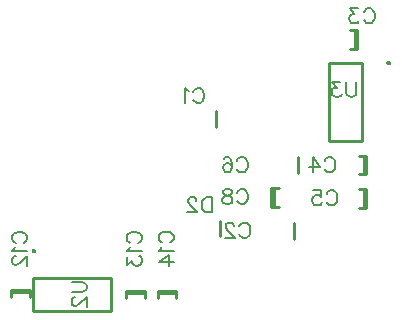
<source format=gbr>
G04 DipTrace 4.3.0.3*
G04 GBO.gbr*
%MOMM*%
G04 #@! TF.FileFunction,Legend,Bot*
G04 #@! TF.Part,Single*
%ADD10C,0.25*%
%ADD54C,0.19608*%
%FSLAX35Y35*%
G04*
G71*
G90*
G75*
G01*
G04 BotSilk*
%LPD*%
X2845053Y3355050D2*
D10*
Y3484950D1*
X3505053Y2405050D2*
Y2534950D1*
X4021000Y4015080D2*
Y4174920D1*
X4039920Y4015080D2*
Y4174920D1*
Y4015080D2*
X3980080D1*
X4039920Y4174920D2*
X3980080D1*
X4096000Y2950080D2*
Y3109920D1*
X4114920Y2950080D2*
Y3109920D1*
Y2950080D2*
X4055080D1*
X4114920Y3109920D2*
X4055080D1*
X4096000Y2665080D2*
Y2824920D1*
X4114920Y2665080D2*
Y2824920D1*
Y2665080D2*
X4055080D1*
X4114920Y2824920D2*
X4055080D1*
X3540053Y2965050D2*
Y3094950D1*
X3333998Y2834920D2*
X3334002Y2675080D1*
X3315078Y2834919D2*
X3315082Y2675079D1*
X3315078Y2834919D2*
X3374918Y2834921D1*
X3315082Y2675079D2*
X3374922Y2675081D1*
X1269920Y1956001D2*
X1110080Y1955999D1*
X1269919Y1974921D2*
X1110079Y1974919D1*
X1269919Y1974921D2*
X1269921Y1915081D1*
X1110079Y1974919D2*
X1110081Y1915079D1*
X2239920Y1946001D2*
X2080080Y1945999D1*
X2239919Y1964921D2*
X2080079Y1964919D1*
X2239919Y1964921D2*
X2239921Y1905081D1*
X2080079Y1964919D2*
X2080081Y1905079D1*
X2509920Y1946001D2*
X2350080Y1945999D1*
X2509919Y1964921D2*
X2350079Y1964919D1*
X2509919Y1964921D2*
X2509921Y1905081D1*
X2350079Y1964919D2*
X2350081Y1905079D1*
X2879947Y2430050D2*
Y2559950D1*
G36*
X1322200Y2301655D2*
X1322033Y2299101D1*
X1321533Y2296591D1*
X1320711Y2294168D1*
X1319579Y2291873D1*
X1318157Y2289745D1*
X1316470Y2287821D1*
X1314546Y2286134D1*
X1312419Y2284712D1*
X1310123Y2283580D1*
X1307700Y2282758D1*
X1305190Y2282258D1*
X1302637Y2282091D1*
X1300083Y2282258D1*
X1297574Y2282757D1*
X1295150Y2283580D1*
X1292855Y2284712D1*
X1290727Y2286133D1*
X1288803Y2287821D1*
X1287116Y2289744D1*
X1285694Y2291872D1*
X1284563Y2294167D1*
X1283740Y2296590D1*
X1283241Y2299100D1*
X1283073Y2301654D1*
Y2301720D1*
X1283241Y2304274D1*
X1283740Y2306784D1*
X1284562Y2309207D1*
X1285694Y2311502D1*
X1287116Y2313630D1*
X1288803Y2315554D1*
X1290727Y2317241D1*
X1292855Y2318663D1*
X1295150Y2319795D1*
X1297573Y2320617D1*
X1300083Y2321117D1*
X1302636Y2321284D1*
X1305190Y2321117D1*
X1307700Y2320618D1*
X1310123Y2319795D1*
X1312418Y2318663D1*
X1314546Y2317242D1*
X1316470Y2315554D1*
X1318157Y2313631D1*
X1319579Y2311503D1*
X1320711Y2309208D1*
X1321533Y2306785D1*
X1322033Y2304275D1*
X1322200Y2301721D1*
Y2301655D1*
G37*
X1300001Y2074994D2*
D10*
X1959971Y2075006D1*
X1300006Y1794994D2*
X1959976Y1795006D1*
X1959971Y2075006D2*
X1959976Y1795006D1*
X1300001Y2074994D2*
X1300006Y1794994D1*
G36*
X4306660Y3872793D2*
X4304106Y3872961D1*
X4301597Y3873460D1*
X4299173Y3874283D1*
X4296878Y3875414D1*
X4294751Y3876836D1*
X4292827Y3878523D1*
X4291139Y3880447D1*
X4289718Y3882575D1*
X4288586Y3884870D1*
X4287763Y3887293D1*
X4287264Y3889803D1*
X4287097Y3892357D1*
X4287264Y3894910D1*
X4287763Y3897420D1*
X4288586Y3899843D1*
X4289718Y3902138D1*
X4291139Y3904266D1*
X4292827Y3906190D1*
X4294751Y3907877D1*
X4296878Y3909299D1*
X4299173Y3910431D1*
X4301597Y3911253D1*
X4304107Y3911753D1*
X4306660Y3911920D1*
X4306727D1*
X4309280Y3911753D1*
X4311790Y3911253D1*
X4314213Y3910431D1*
X4316508Y3909299D1*
X4318636Y3907877D1*
X4320560Y3906190D1*
X4322247Y3904266D1*
X4323669Y3902138D1*
X4324801Y3899843D1*
X4325623Y3897420D1*
X4326123Y3894910D1*
X4326290Y3892357D1*
X4326123Y3889803D1*
X4325623Y3887293D1*
X4324801Y3884870D1*
X4323669Y3882575D1*
X4322247Y3880447D1*
X4320560Y3878523D1*
X4318636Y3876836D1*
X4316508Y3875414D1*
X4314213Y3874283D1*
X4311790Y3873460D1*
X4309280Y3872961D1*
X4306727Y3872793D1*
X4306660D1*
G37*
X4080000Y3894997D2*
D10*
Y3235027D1*
X3800000Y3894997D2*
Y3235027D1*
X4080000D2*
X3800000D1*
X4080000Y3894997D2*
X3800000D1*
X2654311Y3650664D2*
D54*
X2660348Y3662737D1*
X2672561Y3674950D1*
X2684635Y3680987D1*
X2708921D1*
X2721135Y3674950D1*
X2733208Y3662737D1*
X2739385Y3650664D1*
X2745421Y3632414D1*
Y3601950D1*
X2739385Y3583840D1*
X2733208Y3571627D1*
X2721135Y3559554D1*
X2708921Y3553377D1*
X2684635D1*
X2672561Y3559554D1*
X2660348Y3571627D1*
X2654311Y3583840D1*
X2615096Y3656560D2*
X2602882Y3662737D1*
X2584632Y3680846D1*
Y3553377D1*
X3044086Y2511134D2*
X3050123Y2523207D1*
X3062336Y2535420D1*
X3074409Y2541457D1*
X3098696D1*
X3110909Y2535420D1*
X3122982Y2523207D1*
X3129159Y2511134D1*
X3135196Y2492884D1*
Y2462420D1*
X3129159Y2444310D1*
X3122982Y2432097D1*
X3110909Y2420024D1*
X3098696Y2413847D1*
X3074409D1*
X3062336Y2420024D1*
X3050123Y2432097D1*
X3044086Y2444310D1*
X2998694Y2510993D2*
Y2517030D1*
X2992657Y2529243D1*
X2986621Y2535280D1*
X2974407Y2541316D1*
X2950121D1*
X2938047Y2535280D1*
X2932011Y2529243D1*
X2925834Y2517030D1*
Y2504957D1*
X2932011Y2492743D1*
X2944084Y2474634D1*
X3004871Y2413847D1*
X2919797D1*
X4096590Y4325664D2*
X4102626Y4337737D1*
X4114840Y4349950D1*
X4126913Y4355987D1*
X4151199D1*
X4163413Y4349950D1*
X4175486Y4337737D1*
X4181663Y4325664D1*
X4187699Y4307414D1*
Y4276950D1*
X4181663Y4258840D1*
X4175486Y4246627D1*
X4163413Y4234554D1*
X4151199Y4228377D1*
X4126913D1*
X4114840Y4234554D1*
X4102626Y4246627D1*
X4096590Y4258840D1*
X4045160Y4355846D2*
X3978478D1*
X4014837Y4307273D1*
X3996587D1*
X3984514Y4301237D1*
X3978478Y4295200D1*
X3972301Y4276950D1*
Y4264877D1*
X3978478Y4246627D1*
X3990551Y4234414D1*
X4008801Y4228377D1*
X4027051D1*
X4045160Y4234414D1*
X4051197Y4240590D1*
X4057374Y4252664D1*
X3764088Y3065664D2*
X3770124Y3077737D1*
X3782338Y3089950D1*
X3794411Y3095987D1*
X3818697D1*
X3830911Y3089950D1*
X3842984Y3077737D1*
X3849161Y3065664D1*
X3855197Y3047414D1*
Y3016950D1*
X3849161Y2998840D1*
X3842984Y2986627D1*
X3830911Y2974554D1*
X3818697Y2968377D1*
X3794411D1*
X3782338Y2974554D1*
X3770124Y2986627D1*
X3764088Y2998840D1*
X3664086Y2968377D2*
Y3095846D1*
X3724872Y3010914D1*
X3633763D1*
X3781590Y2786134D2*
X3787626Y2798207D1*
X3799840Y2810420D1*
X3811913Y2816457D1*
X3836199D1*
X3848413Y2810420D1*
X3860486Y2798207D1*
X3866663Y2786134D1*
X3872699Y2767884D1*
Y2737420D1*
X3866663Y2719310D1*
X3860486Y2707097D1*
X3848413Y2695024D1*
X3836199Y2688847D1*
X3811913D1*
X3799840Y2695024D1*
X3787626Y2707097D1*
X3781590Y2719310D1*
X3669514Y2816316D2*
X3730160D1*
X3736197Y2761707D1*
X3730160Y2767743D1*
X3711910Y2773920D1*
X3693801D1*
X3675551Y2767743D1*
X3663337Y2755670D1*
X3657301Y2737420D1*
Y2725347D1*
X3663337Y2707097D1*
X3675551Y2694884D1*
X3693801Y2688847D1*
X3711910D1*
X3730160Y2694884D1*
X3736197Y2701060D1*
X3742374Y2713134D1*
X3021064Y3065664D2*
X3027101Y3077737D1*
X3039314Y3089950D1*
X3051388Y3095987D1*
X3075674D1*
X3087888Y3089950D1*
X3099961Y3077737D1*
X3106138Y3065664D1*
X3112174Y3047414D1*
Y3016950D1*
X3106138Y2998840D1*
X3099961Y2986627D1*
X3087888Y2974554D1*
X3075674Y2968377D1*
X3051388D1*
X3039314Y2974554D1*
X3027101Y2986627D1*
X3021064Y2998840D1*
X2908989Y3077737D2*
X2915026Y3089810D1*
X2933276Y3095846D1*
X2945349D1*
X2963599Y3089810D1*
X2975812Y3071560D1*
X2981849Y3041237D1*
Y3010914D1*
X2975812Y2986627D1*
X2963599Y2974414D1*
X2945349Y2968377D1*
X2939312D1*
X2921203Y2974414D1*
X2908989Y2986627D1*
X2902953Y3004877D1*
Y3010914D1*
X2908989Y3029164D1*
X2921203Y3041237D1*
X2939312Y3047273D1*
X2945349D1*
X2963599Y3041237D1*
X2975812Y3029164D1*
X2981849Y3010914D1*
X3024082Y2796133D2*
X3030118Y2808206D1*
X3042331Y2820420D1*
X3054404Y2826457D1*
X3078691D1*
X3090904Y2820421D1*
X3102978Y2808208D1*
X3109155Y2796135D1*
X3115192Y2777885D1*
Y2747422D1*
X3109156Y2729312D1*
X3102980Y2717098D1*
X3090907Y2705025D1*
X3078694Y2698848D1*
X3054407Y2698847D1*
X3042334Y2705024D1*
X3030120Y2717097D1*
X3024083Y2729310D1*
X2954542Y2826314D2*
X2972652Y2820278D1*
X2978829Y2808205D1*
X2978830Y2795992D1*
X2972653Y2783919D1*
X2960580Y2777741D1*
X2936294Y2771704D1*
X2918044Y2765667D1*
X2905971Y2753454D1*
X2899935Y2741380D1*
Y2723130D1*
X2905972Y2711057D1*
X2912009Y2704881D1*
X2930259Y2698845D1*
X2954545D1*
X2972655Y2704882D1*
X2978831Y2711059D1*
X2984868Y2723132D1*
X2984867Y2741382D1*
X2978831Y2753455D1*
X2966617Y2765668D1*
X2948507Y2771705D1*
X2924220Y2777741D1*
X2912007Y2783917D1*
X2905970Y2795990D1*
Y2808204D1*
X2912006Y2820277D1*
X2930256Y2826314D1*
X2954542D1*
X1148865Y2371425D2*
X1136792Y2377461D1*
X1124578Y2389675D1*
X1118542Y2401748D1*
X1118541Y2426034D1*
X1124578Y2438248D1*
X1136791Y2450321D1*
X1148864Y2456498D1*
X1167114Y2462535D1*
X1197577Y2462536D1*
X1215687Y2456499D1*
X1227900Y2450323D1*
X1239974Y2438250D1*
X1246151Y2426036D1*
Y2401750D1*
X1239975Y2389677D1*
X1227902Y2377463D1*
X1215688Y2371426D1*
X1142970Y2332209D2*
X1136793Y2319996D1*
X1118684Y2301745D1*
X1246153Y2301748D1*
X1149008Y2256353D2*
X1142971D1*
X1130758Y2250316D1*
X1124721Y2244280D1*
X1118685Y2232066D1*
X1118686Y2207780D1*
X1124722Y2195707D1*
X1130759Y2189670D1*
X1142973Y2183494D1*
X1155046D1*
X1167259Y2189671D1*
X1185368Y2201744D1*
X1246154Y2262532D1*
X1246155Y2177459D1*
X2118865Y2371425D2*
X2106792Y2377461D1*
X2094578Y2389675D1*
X2088541Y2401748D1*
Y2426034D1*
X2094577Y2438248D1*
X2106791Y2450321D1*
X2118864Y2456498D1*
X2137113Y2462535D1*
X2167577Y2462536D1*
X2185687Y2456499D1*
X2197900Y2450323D1*
X2209974Y2438250D1*
X2216151Y2426036D1*
Y2401750D1*
X2209974Y2389677D1*
X2197902Y2377463D1*
X2185688Y2371426D1*
X2112970Y2332209D2*
X2106793Y2319996D1*
X2088684Y2301745D1*
X2216153Y2301748D1*
X2088685Y2250316D2*
X2088686Y2183634D1*
X2137258Y2219994D1*
X2137259Y2201744D1*
X2143295Y2189671D1*
X2149332Y2183635D1*
X2167582Y2177458D1*
X2179655D1*
X2197905Y2183636D1*
X2210118Y2195709D1*
X2216155Y2213959D1*
X2216154Y2232209D1*
X2210117Y2250318D1*
X2203940Y2256355D1*
X2191867Y2262532D1*
X2388865Y2374443D2*
X2376792Y2380480D1*
X2364578Y2392693D1*
X2358541Y2404766D1*
Y2429052D1*
X2364577Y2441266D1*
X2376791Y2453339D1*
X2388863Y2459516D1*
X2407113Y2465553D1*
X2437577Y2465554D1*
X2455687Y2459518D1*
X2467900Y2453341D1*
X2479973Y2441268D1*
X2486151Y2429055D1*
Y2404768D1*
X2479974Y2392695D1*
X2467901Y2380481D1*
X2455688Y2374445D1*
X2382970Y2335228D2*
X2376793Y2323014D1*
X2358684Y2304764D1*
X2486153Y2304766D1*
X2486155Y2204764D2*
X2358685Y2204761D1*
X2443617Y2265549D1*
X2443619Y2174440D1*
X2809654Y2755987D2*
Y2628377D1*
X2767118D1*
X2748868Y2634554D1*
X2736654Y2646627D1*
X2730618Y2658840D1*
X2724581Y2676950D1*
Y2707414D1*
X2730618Y2725664D1*
X2736654Y2737737D1*
X2748868Y2749950D1*
X2767118Y2755987D1*
X2809654D1*
X2679189Y2725523D2*
Y2731560D1*
X2673152Y2743773D1*
X2667115Y2749810D1*
X2654902Y2755846D1*
X2630615D1*
X2618542Y2749810D1*
X2612506Y2743773D1*
X2606329Y2731560D1*
Y2719487D1*
X2612506Y2707273D1*
X2624579Y2689164D1*
X2685365Y2628377D1*
X2600292D1*
X1622091Y2039674D2*
X1713201Y2039676D1*
X1731451Y2033640D1*
X1743524Y2021426D1*
X1749702Y2003177D1*
Y1991104D1*
X1743525Y1972853D1*
X1731453Y1960640D1*
X1713203Y1954603D1*
X1622093Y1954601D1*
X1652557Y1909209D2*
X1646521D1*
X1634307Y1903172D1*
X1628271Y1897136D1*
X1622235Y1884922D1*
Y1860636D1*
X1628272Y1848563D1*
X1634309Y1842526D1*
X1646522Y1836349D1*
X1658595Y1836350D1*
X1670809Y1842527D1*
X1688918Y1854600D1*
X1749703Y1915388D1*
X1749705Y1830315D1*
X4034681Y3732907D2*
Y3641797D1*
X4028644Y3623547D1*
X4016431Y3611474D1*
X3998181Y3605297D1*
X3986108D1*
X3967858Y3611474D1*
X3955644Y3623547D1*
X3949608Y3641797D1*
Y3732907D1*
X3898179Y3732766D2*
X3831496D1*
X3867856Y3684193D1*
X3849606D1*
X3837533Y3678157D1*
X3831496Y3672120D1*
X3825319Y3653870D1*
Y3641797D1*
X3831496Y3623547D1*
X3843569Y3611334D1*
X3861819Y3605297D1*
X3880069D1*
X3898179Y3611334D1*
X3904215Y3617510D1*
X3910392Y3629584D1*
M02*

</source>
